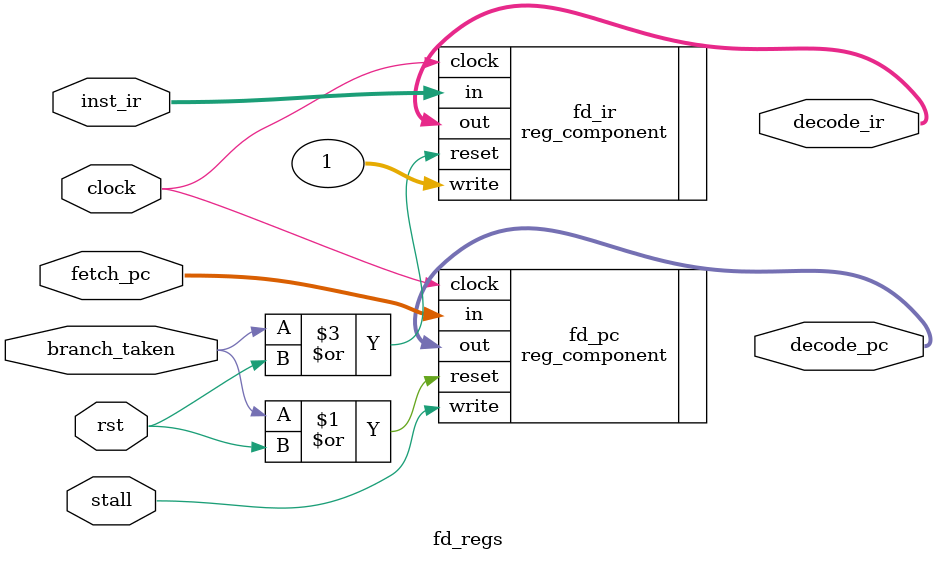
<source format=v>
module fd_regs(fetch_pc, inst_ir, decode_pc, decode_ir, clock, stall, rst, branch_taken);
input [15:0] fetch_pc;
input [15:0] inst_ir;

input clock;
input stall;
input rst;
input branch_taken;

output [15:0] decode_pc;
output [15:0] decode_ir;

reg_component fd_pc (
    .clock(clock),
    .in(fetch_pc),
    .write(stall),
    .reset(branch_taken | rst),
    .out(decode_pc)
);

reg_component fd_ir (
    .clock(clock),
    .in(inst_ir),
    .write(1),
    .reset(branch_taken | rst),
    .out(decode_ir)
);


endmodule
</source>
